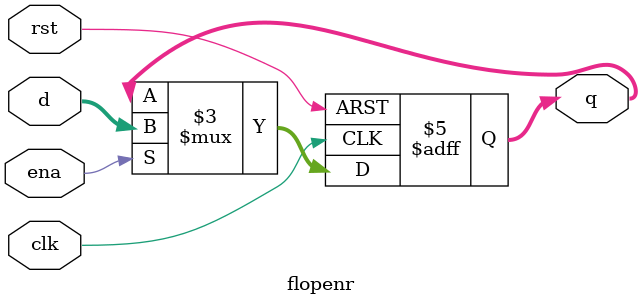
<source format=v>
`timescale 1ns / 1ps

module flopenr #(parameter WIDTH=8)(
	input wire clk,rst,ena,
	input wire[WIDTH-1:0] d,
	output reg [WIDTH-1:0] q
);
	initial begin
		q<=32'h0;
	end
	always @(posedge clk,posedge rst) begin
		if(rst) begin
			q<=32'h0;
		end else begin
			if(ena) begin
				q<=d;
			end
		end
	end
endmodule 
</source>
